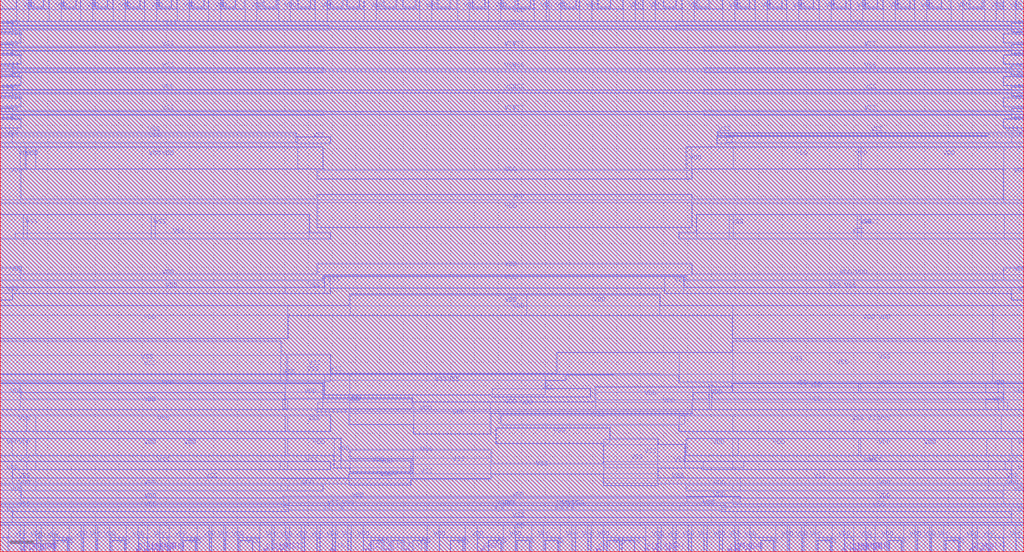
<source format=lef>
# Copyright 2022 GlobalFoundries PDK Authors
#
# Licensed under the Apache License, Version 2.0 (the "License");
# you may not use this file except in compliance with the License.
# You may obtain a copy of the License at
#
#     http://www.apache.org/licenses/LICENSE-2.0
#
# Unless required by applicable law or agreed to in writing, software
# distributed under the License is distributed on an "AS IS" BASIS,
# WITHOUT WARRANTIES OR CONDITIONS OF ANY KIND, either express or implied.
# See the License for the specific language governing permissions and
# limitations under the License.

#=====================================
# Revision: 1.1
#=====================================

VERSION 5.8 ;
BUSBITCHARS "[]" ;
DIVIDERCHAR "/" ;

UNITS
  DATABASE MICRONS   1000 ;
END UNITS

MANUFACTURINGGRID   0.005 ;



MACRO gf180mcu_fd_ip_sram__sram64x8m8wm1
  CLASS BLOCK ;
  ORIGIN 0 0 ;
  FOREIGN gf180mcu_fd_ip_sram__sram64x8m8wm1 0 0 ;
  SIZE 431.86 BY 232.88 ;
  SYMMETRY X Y R90 ;
  PIN A[0]
    DIRECTION INPUT ;
    USE SIGNAL ;
    ANTENNADIFFAREA 1.9976 LAYER Metal2 ;
    PORT
      LAYER Metal2 ;
        RECT 171.215 0 172.335 1 ;
    END
  END A[0]
  PIN A[1]
    DIRECTION INPUT ;
    USE SIGNAL ;
    ANTENNADIFFAREA 1.9976 LAYER Metal2 ;
    PORT
      LAYER Metal2 ;
        RECT 162.76 0 163.88 1 ;
    END
  END A[1]
  PIN A[2]
    DIRECTION INPUT ;
    USE SIGNAL ;
    ANTENNADIFFAREA 1.9976 LAYER Metal2 ;
    PORT
      LAYER Metal2 ;
        RECT 154.295 0 155.415 1 ;
    END
  END A[2]
  PIN A[3]
    DIRECTION INPUT ;
    USE SIGNAL ;
    ANTENNADIFFAREA 1.9976 LAYER Metal2 ;
    PORT
      LAYER Metal2 ;
        RECT 281.325 0 282.445 1 ;
    END
  END A[3]
  PIN A[4]
    DIRECTION INPUT ;
    USE SIGNAL ;
    ANTENNADIFFAREA 1.9976 LAYER Metal2 ;
    PORT
      LAYER Metal2 ;
        RECT 275.82 0 276.94 1 ;
    END
  END A[4]
  PIN A[5]
    DIRECTION INPUT ;
    USE SIGNAL ;
    ANTENNADIFFAREA 1.9976 LAYER Metal2 ;
    PORT
      LAYER Metal2 ;
        RECT 272.085 0 273.205 1 ;
    END
  END A[5]
  PIN CEN
    DIRECTION INPUT ;
    USE SIGNAL ;
    ANTENNADIFFAREA 1.9976 LAYER Metal2 ;
    PORT
      LAYER Metal2 ;
        RECT 251.71 0 252.83 1 ;
    END
  END CEN
  PIN CLK
    DIRECTION INPUT ;
    USE SIGNAL ;
      ANTENNAGATEAREA 44.7066 LAYER Metal3 ;
      ANTENNAGATEAREA 2.8680 LAYER Metal2 ;
    PORT
      LAYER Metal2 ;
        RECT 139.68 0 140.8 1 ;
    END
  END CLK
  PIN D[0]
    DIRECTION INPUT ;
    USE SIGNAL ;
      ANTENNAGATEAREA 1.152 LAYER Metal2 ;
    PORT
      LAYER Metal2 ;
        RECT 9.32 0 10.44 1 ;
    END
  END D[0]
  PIN D[1]
    DIRECTION INPUT ;
    USE SIGNAL ;
      ANTENNAGATEAREA 1.152 LAYER Metal2 ;
    PORT
      LAYER Metal2 ;
        RECT 61.03 0 62.15 1 ;
    END
  END D[1]
  PIN D[2]
    DIRECTION INPUT ;
    USE SIGNAL ;
      ANTENNAGATEAREA 1.152 LAYER Metal2 ;
    PORT
      LAYER Metal2 ;
        RECT 67.27 0 68.39 1 ;
    END
  END D[2]
  PIN D[3]
    DIRECTION INPUT ;
    USE SIGNAL ;
      ANTENNAGATEAREA 1.152 LAYER Metal2 ;
    PORT
      LAYER Metal2 ;
        RECT 118.975 0 120.095 1 ;
    END
  END D[3]
  PIN D[4]
    DIRECTION INPUT ;
    USE SIGNAL ;
      ANTENNAGATEAREA 1.152 LAYER Metal2 ;
    PORT
      LAYER Metal2 ;
        RECT 307.235 0 308.355 1 ;
    END
  END D[4]
  PIN D[5]
    DIRECTION INPUT ;
    USE SIGNAL ;
      ANTENNAGATEAREA 1.152 LAYER Metal2 ;
    PORT
      LAYER Metal2 ;
        RECT 358.91 0 360.03 1 ;
    END
  END D[5]
  PIN D[6]
    DIRECTION INPUT ;
    USE SIGNAL ;
      ANTENNAGATEAREA 1.152 LAYER Metal2 ;
    PORT
      LAYER Metal2 ;
        RECT 365.15 0 366.27 1 ;
    END
  END D[6]
  PIN D[7]
    DIRECTION INPUT ;
    USE SIGNAL ;
      ANTENNAGATEAREA 1.152 LAYER Metal2 ;
    PORT
      LAYER Metal2 ;
        RECT 416.86 0 417.98 1 ;
    END
  END D[7]
  PIN GWEN
    DIRECTION INPUT ;
    USE SIGNAL ;
      ANTENNAGATEAREA 14.466 LAYER Metal2 ;
    PORT
      LAYER Metal2 ;
        RECT 202.94 0 204.06 1 ;
    END
  END GWEN
  PIN Q[0]
    DIRECTION OUTPUT ;
    USE SIGNAL ;
    ANTENNADIFFAREA 11.328 LAYER Metal2 ;
    PORT
      LAYER Metal2 ;
        RECT 16.9 0 18.02 1 ;
    END
  END Q[0]
  PIN Q[1]
    DIRECTION OUTPUT ;
    USE SIGNAL ;
    ANTENNADIFFAREA 11.328 LAYER Metal2 ;
    PORT
      LAYER Metal2 ;
        RECT 57.665 0 58.785 1 ;
    END
  END Q[1]
  PIN Q[2]
    DIRECTION OUTPUT ;
    USE SIGNAL ;
    ANTENNADIFFAREA 11.328 LAYER Metal2 ;
    PORT
      LAYER Metal2 ;
        RECT 70.635 0 71.755 1 ;
    END
  END Q[2]
  PIN Q[3]
    DIRECTION OUTPUT ;
    USE SIGNAL ;
    ANTENNADIFFAREA 11.328 LAYER Metal2 ;
    PORT
      LAYER Metal2 ;
        RECT 111.395 0 112.515 1 ;
    END
  END Q[3]
  PIN Q[4]
    DIRECTION OUTPUT ;
    USE SIGNAL ;
    ANTENNADIFFAREA 11.328 LAYER Metal2 ;
    PORT
      LAYER Metal2 ;
        RECT 314.79 0 315.91 1 ;
    END
  END Q[4]
  PIN Q[5]
    DIRECTION OUTPUT ;
    USE SIGNAL ;
    ANTENNADIFFAREA 11.328 LAYER Metal2 ;
    PORT
      LAYER Metal2 ;
        RECT 355.545 0 356.665 1 ;
    END
  END Q[5]
  PIN Q[6]
    DIRECTION OUTPUT ;
    USE SIGNAL ;
    ANTENNADIFFAREA 11.328 LAYER Metal2 ;
    PORT
      LAYER Metal2 ;
        RECT 368.515 0 369.635 1 ;
    END
  END Q[6]
  PIN Q[7]
    DIRECTION OUTPUT ;
    USE SIGNAL ;
    ANTENNADIFFAREA 11.328 LAYER Metal2 ;
    PORT
      LAYER Metal2 ;
        RECT 409.275 0 410.395 1 ;
    END
  END Q[7]
  PIN WEN[0]
    DIRECTION INPUT ;
    USE SIGNAL ;
      ANTENNAGATEAREA 1.938 LAYER Metal2 ;
    PORT
      LAYER Metal2 ;
        RECT 12.695 0 13.815 1 ;
    END
  END WEN[0]
  PIN WEN[1]
    DIRECTION INPUT ;
    USE SIGNAL ;
      ANTENNAGATEAREA 1.938 LAYER Metal2 ;
    PORT
      LAYER Metal2 ;
        RECT 63.02 0 64.14 1 ;
    END
  END WEN[1]
  PIN WEN[2]
    DIRECTION INPUT ;
    USE SIGNAL ;
      ANTENNAGATEAREA 1.938 LAYER Metal2 ;
    PORT
      LAYER Metal2 ;
        RECT 65.27 0 66.39 1 ;
    END
  END WEN[2]
  PIN WEN[3]
    DIRECTION INPUT ;
    USE SIGNAL ;
      ANTENNAGATEAREA 1.938 LAYER Metal2 ;
    PORT
      LAYER Metal2 ;
        RECT 117.02 0 118.14 1 ;
    END
  END WEN[3]
  PIN WEN[4]
    DIRECTION INPUT ;
    USE SIGNAL ;
      ANTENNAGATEAREA 1.938 LAYER Metal2 ;
    PORT
      LAYER Metal2 ;
        RECT 310.575 0 311.695 1 ;
    END
  END WEN[4]
  PIN WEN[5]
    DIRECTION INPUT ;
    USE SIGNAL ;
      ANTENNAGATEAREA 1.938 LAYER Metal2 ;
    PORT
      LAYER Metal2 ;
        RECT 360.9 0 362.02 1 ;
    END
  END WEN[5]
  PIN WEN[6]
    DIRECTION INPUT ;
    USE SIGNAL ;
      ANTENNAGATEAREA 1.938 LAYER Metal2 ;
    PORT
      LAYER Metal2 ;
        RECT 363.15 0 364.27 1 ;
    END
  END WEN[6]
  PIN WEN[7]
    DIRECTION INPUT ;
    USE SIGNAL ;
      ANTENNAGATEAREA 1.938 LAYER Metal2 ;
    PORT
      LAYER Metal2 ;
        RECT 413.475 0 414.595 1 ;
    END
  END WEN[7]
  PIN VDD
    DIRECTION INOUT ;
    USE POWER ;
    PORT
      LAYER Metal3 ;
        RECT 0 214.88 8.53 218.38 ;
    END
    PORT
      LAYER Metal3 ;
        RECT 0 205.88 8.53 209.38 ;
    END
    PORT
      LAYER Metal3 ;
        RECT 0 196.88 8.53 200.38 ;
    END
    PORT
      LAYER Metal3 ;
        RECT 0 187.88 8.53 191.38 ;
    END
    PORT
      LAYER Metal3 ;
        RECT 0 178.88 8.53 182.38 ;
    END
    PORT
      LAYER Metal3 ;
        RECT 0 40.76 5.07 47.575 ;
    END
    PORT
      LAYER Metal3 ;
        RECT 0 40.76 15.055 47.57 ;
    END
    PORT
      LAYER Metal3 ;
        RECT 11.13 40.77 143.645 47.575 ;
    END
    PORT
      LAYER Metal3 ;
        RECT 0 40.765 121.25 47.57 ;
    END
    PORT
      LAYER Metal3 ;
        RECT 140.89 35.42 143.645 47.58 ;
    END
    PORT
      LAYER Metal3 ;
        RECT 120.235 40.77 143.645 47.58 ;
    END
    PORT
      LAYER Metal3 ;
        RECT 147.685 33.72 173.11 38.26 ;
    END
    PORT
      LAYER Metal3 ;
        RECT 140.89 35.42 173.11 38.26 ;
    END
    PORT
      LAYER Metal3 ;
        RECT 7.005 223.88 12.005 232.88 ;
    END
    PORT
      LAYER Metal3 ;
        RECT 20.685 223.88 25.685 232.88 ;
    END
    PORT
      LAYER Metal3 ;
        RECT 34.005 223.88 39.005 232.88 ;
    END
    PORT
      LAYER Metal3 ;
        RECT 47.685 223.88 52.685 232.88 ;
    END
    PORT
      LAYER Metal3 ;
        RECT 61.005 223.88 66.005 232.88 ;
    END
    PORT
      LAYER Metal3 ;
        RECT 74.685 223.88 79.685 232.88 ;
    END
    PORT
      LAYER Metal3 ;
        RECT 88.005 223.88 93.005 232.88 ;
    END
    PORT
      LAYER Metal3 ;
        RECT 103.265 223.88 108.265 232.88 ;
    END
    PORT
      LAYER Metal3 ;
        RECT 117.415 223.88 122.415 232.88 ;
    END
    PORT
      LAYER Metal3 ;
        RECT 132.86 223.88 137.86 232.88 ;
    END
    PORT
      LAYER Metal3 ;
        RECT 153.55 223.88 158.55 232.88 ;
    END
    PORT
      LAYER Metal3 ;
        RECT 177.075 223.88 182.075 232.88 ;
    END
    PORT
      LAYER Metal3 ;
        RECT 192.925 223.88 197.925 232.88 ;
    END
    PORT
      LAYER Metal3 ;
        RECT 206.15 223.88 211.15 232.88 ;
    END
    PORT
      LAYER Metal3 ;
        RECT 225.345 223.88 230.345 232.88 ;
    END
    PORT
      LAYER Metal3 ;
        RECT 231.565 223.88 236.565 232.88 ;
    END
    PORT
      LAYER Metal3 ;
        RECT 244.505 223.88 249.505 232.88 ;
    END
    PORT
      LAYER Metal3 ;
        RECT 262.845 223.88 267.845 232.88 ;
    END
    PORT
      LAYER Metal3 ;
        RECT 271.31 223.88 276.31 232.88 ;
    END
    PORT
      LAYER Metal3 ;
        RECT 287.735 223.88 292.735 232.88 ;
    END
    PORT
      LAYER Metal3 ;
        RECT 304.885 223.88 309.885 232.88 ;
    END
    PORT
      LAYER Metal3 ;
        RECT 318.565 223.88 323.565 232.88 ;
    END
    PORT
      LAYER Metal3 ;
        RECT 331.885 223.88 336.885 232.88 ;
    END
    PORT
      LAYER Metal3 ;
        RECT 345.565 223.88 350.565 232.88 ;
    END
    PORT
      LAYER Metal3 ;
        RECT 358.885 223.88 363.885 232.88 ;
    END
    PORT
      LAYER Metal3 ;
        RECT 372.565 223.88 377.565 232.88 ;
    END
    PORT
      LAYER Metal3 ;
        RECT 385.885 223.88 390.885 232.88 ;
    END
    PORT
      LAYER Metal3 ;
        RECT 401.145 223.88 406.145 232.88 ;
    END
    PORT
      LAYER Metal3 ;
        RECT 415.295 223.88 420.295 232.88 ;
    END
    PORT
      LAYER Metal3 ;
        RECT 423.33 223.88 428.33 232.88 ;
    END
    PORT
      LAYER Metal3 ;
        RECT 0 223.88 431.86 228.88 ;
    END
    PORT
      LAYER Metal3 ;
        RECT 423.33 214.88 431.86 218.38 ;
    END
    PORT
      LAYER Metal3 ;
        RECT 423.33 205.88 431.86 209.38 ;
    END
    PORT
      LAYER Metal3 ;
        RECT 423.33 196.88 431.86 200.38 ;
    END
    PORT
      LAYER Metal3 ;
        RECT 423.33 187.88 431.86 191.38 ;
    END
    PORT
      LAYER Metal3 ;
        RECT 423.33 178.88 431.86 182.38 ;
    END
    PORT
      LAYER Metal3 ;
        RECT 0 147.15 8.53 170.625 ;
    END
    PORT
      LAYER Metal3 ;
        RECT 10.475 161.575 10.94 170.63 ;
    END
    PORT
      LAYER Metal3 ;
        RECT 0 161.575 15.055 170.625 ;
    END
    PORT
      LAYER Metal3 ;
        RECT 0 161.58 125.425 170.625 ;
    END
    PORT
      LAYER Metal3 ;
        RECT 0 161.59 136.07 170.62 ;
    END
    PORT
      LAYER Metal3 ;
        RECT 133.86 157.43 291.755 160.995 ;
    END
    PORT
      LAYER Metal3 ;
        RECT 133.86 136.91 291.755 150.525 ;
    END
    PORT
      LAYER Metal3 ;
        RECT 289.54 157.43 291.755 170.62 ;
    END
    PORT
      LAYER Metal3 ;
        RECT 309.265 161.575 361.915 170.625 ;
    END
    PORT
      LAYER Metal3 ;
        RECT 289.54 161.575 431.86 170.62 ;
    END
    PORT
      LAYER Metal3 ;
        RECT 0 147.15 431.86 148.57 ;
    END
    PORT
      LAYER Metal3 ;
        RECT 423.33 147.15 431.86 170.625 ;
    END
    PORT
      LAYER Metal3 ;
        RECT 363.265 161.575 431.86 170.625 ;
    END
    PORT
      LAYER Metal3 ;
        RECT 0 114.69 8.53 119.69 ;
    END
    PORT
      LAYER Metal3 ;
        RECT 0 114.69 136.07 116.9 ;
    END
    PORT
      LAYER Metal3 ;
        RECT 133.85 116.85 291.74 121.39 ;
    END
    PORT
      LAYER Metal3 ;
        RECT 289.54 114.685 418.815 116.9 ;
    END
    PORT
      LAYER Metal3 ;
        RECT 289.54 114.69 431.86 116.9 ;
    END
    PORT
      LAYER Metal3 ;
        RECT 423.33 114.69 431.86 119.69 ;
    END
    PORT
      LAYER Metal3 ;
        RECT 0 90.08 121.25 103.695 ;
    END
    PORT
      LAYER Metal3 ;
        RECT 147.565 99.845 278.225 108.125 ;
    END
    PORT
      LAYER Metal3 ;
        RECT 147.605 99.845 278.225 108.535 ;
    END
    PORT
      LAYER Metal3 ;
        RECT 222.16 99.845 278.225 108.54 ;
    END
    PORT
      LAYER Metal3 ;
        RECT 309.125 90.075 418.815 103.695 ;
    END
    PORT
      LAYER Metal3 ;
        RECT 309.035 90.08 431.86 103.695 ;
    END
    PORT
      LAYER Metal3 ;
        RECT 0 99.845 431.86 103.695 ;
    END
    PORT
      LAYER Metal3 ;
        RECT 0 60.18 8.53 70.89 ;
    END
    PORT
      LAYER Metal3 ;
        RECT 119.105 60.23 173.805 64.235 ;
    END
    PORT
      LAYER Metal3 ;
        RECT 0 67.305 136.07 70.89 ;
    END
    PORT
      LAYER Metal3 ;
        RECT 0 60.18 121.25 64.23 ;
    END
    PORT
      LAYER Metal3 ;
        RECT 120.235 60.23 136.07 70.895 ;
    END
    PORT
      LAYER Metal3 ;
        RECT 120.235 60.23 173.805 64.67 ;
    END
    PORT
      LAYER Metal3 ;
        RECT 174.52 49.86 206.765 63.03 ;
    END
    PORT
      LAYER Metal3 ;
        RECT 147.39 53.78 206.765 63.03 ;
    END
    PORT
      LAYER Metal3 ;
        RECT 147.39 58.485 291.755 63.03 ;
    END
    PORT
      LAYER Metal3 ;
        RECT 133.86 59.22 291.755 63.03 ;
    END
    PORT
      LAYER Metal3 ;
        RECT 251.14 60.175 292.105 69.33 ;
    END
    PORT
      LAYER Metal3 ;
        RECT 299.13 60.175 300.13 70.085 ;
    END
    PORT
      LAYER Metal3 ;
        RECT 251.14 67.305 431.86 69.33 ;
    END
    PORT
      LAYER Metal3 ;
        RECT 309.035 67.305 362.145 70.89 ;
    END
    PORT
      LAYER Metal3 ;
        RECT 308.865 67.305 431.86 70.885 ;
    END
    PORT
      LAYER Metal3 ;
        RECT 415.845 60.175 421.105 64.235 ;
    END
    PORT
      LAYER Metal3 ;
        RECT 415.845 67.305 421.105 70.895 ;
    END
    PORT
      LAYER Metal3 ;
        RECT 251.14 60.18 431.86 64.23 ;
    END
    PORT
      LAYER Metal3 ;
        RECT 133.86 60.175 424.995 63.03 ;
    END
    PORT
      LAYER Metal3 ;
        RECT 423.33 60.18 431.86 70.89 ;
    END
    PORT
      LAYER Metal3 ;
        RECT 363.035 67.305 431.86 70.89 ;
    END
    PORT
      LAYER Metal3 ;
        RECT 309.01 40.765 431.86 47.57 ;
    END
    PORT
      LAYER Metal3 ;
        RECT 289.545 40.77 311.39 47.58 ;
    END
    PORT
      LAYER Metal3 ;
        RECT 289.545 40.77 362.17 47.575 ;
    END
    PORT
      LAYER Metal3 ;
        RECT 363.01 40.76 416.17 47.575 ;
    END
    PORT
      LAYER Metal3 ;
        RECT 309.125 40.76 431.86 47.57 ;
    END
    PORT
      LAYER Metal3 ;
        RECT 426.79 40.76 431.86 47.575 ;
    END
    PORT
      LAYER Metal3 ;
        RECT 0 20.3 8.56 28.145 ;
    END
    PORT
      LAYER Metal3 ;
        RECT 0 25.865 15.055 28.145 ;
    END
    PORT
      LAYER Metal3 ;
        RECT 0 25.87 121.25 28.145 ;
    END
    PORT
      LAYER Metal3 ;
        RECT 0 20.3 121.705 22.575 ;
    END
    PORT
      LAYER Metal3 ;
        RECT 118.435 25.875 136.07 28.15 ;
    END
    PORT
      LAYER Metal3 ;
        RECT 119.545 20.83 312.145 23.095 ;
    END
    PORT
      LAYER Metal3 ;
        RECT 0 20.82 296.615 22.575 ;
    END
    PORT
      LAYER Metal3 ;
        RECT 289.545 20.83 312.145 23.105 ;
    END
    PORT
      LAYER Metal3 ;
        RECT 289.545 25.875 312.145 28.15 ;
    END
    PORT
      LAYER Metal3 ;
        RECT 308.94 20.3 431.86 22.575 ;
    END
    PORT
      LAYER Metal3 ;
        RECT 416.805 25.865 431.86 28.145 ;
    END
    PORT
      LAYER Metal3 ;
        RECT 309.01 25.87 431.86 28.145 ;
    END
    PORT
      LAYER Metal3 ;
        RECT 423.3 20.3 431.86 28.145 ;
    END
    PORT
      LAYER Metal3 ;
        RECT 3.53 0 8.53 11.16 ;
    END
    PORT
      LAYER Metal3 ;
        RECT 10.195 0 15.195 11.16 ;
    END
    PORT
      LAYER Metal3 ;
        RECT 17.21 0 22.21 11.16 ;
    END
    PORT
      LAYER Metal3 ;
        RECT 29.21 0 34.21 11.16 ;
    END
    PORT
      LAYER Metal3 ;
        RECT 35.21 0 40.21 11.16 ;
    END
    PORT
      LAYER Metal3 ;
        RECT 41.21 0 46.21 11.16 ;
    END
    PORT
      LAYER Metal3 ;
        RECT 53.21 0 58.21 11.16 ;
    END
    PORT
      LAYER Metal3 ;
        RECT 62.215 0 67.215 11.16 ;
    END
    PORT
      LAYER Metal3 ;
        RECT 71.21 0 76.21 11.16 ;
    END
    PORT
      LAYER Metal3 ;
        RECT 83.21 0 88.21 11.16 ;
    END
    PORT
      LAYER Metal3 ;
        RECT 89.21 0 94.21 11.16 ;
    END
    PORT
      LAYER Metal3 ;
        RECT 95.21 0 100.21 11.16 ;
    END
    PORT
      LAYER Metal3 ;
        RECT 109.55 0 114.55 11.16 ;
    END
    PORT
      LAYER Metal3 ;
        RECT 115.55 0 120.55 11.16 ;
    END
    PORT
      LAYER Metal3 ;
        RECT 122.05 0 127.05 11.16 ;
    END
    PORT
      LAYER Metal3 ;
        RECT 128.55 0 133.55 11.16 ;
    END
    PORT
      LAYER Metal3 ;
        RECT 135.05 0 140.05 11.16 ;
    END
    PORT
      LAYER Metal3 ;
        RECT 141.55 0 146.55 11.16 ;
    END
    PORT
      LAYER Metal3 ;
        RECT 148.05 0 153.05 11.16 ;
    END
    PORT
      LAYER Metal3 ;
        RECT 180.155 0 185.155 11.16 ;
    END
    PORT
      LAYER Metal3 ;
        RECT 196.14 0 201.14 11.16 ;
    END
    PORT
      LAYER Metal3 ;
        RECT 212.165 0 217.165 11.16 ;
    END
    PORT
      LAYER Metal3 ;
        RECT 224.165 0 229.165 11.16 ;
    END
    PORT
      LAYER Metal3 ;
        RECT 236.165 0 241.165 11.16 ;
    END
    PORT
      LAYER Metal3 ;
        RECT 242.83 0 247.83 11.16 ;
    END
    PORT
      LAYER Metal3 ;
        RECT 249.38 0 254.38 11.16 ;
    END
    PORT
      LAYER Metal3 ;
        RECT 272.29 0 277.29 11.16 ;
    END
    PORT
      LAYER Metal3 ;
        RECT 278.79 0 283.79 11.16 ;
    END
    PORT
      LAYER Metal3 ;
        RECT 285.29 0 290.29 11.16 ;
    END
    PORT
      LAYER Metal3 ;
        RECT 291.79 0 296.79 11.16 ;
    END
    PORT
      LAYER Metal3 ;
        RECT 298.29 0 303.29 11.16 ;
    END
    PORT
      LAYER Metal3 ;
        RECT 304.79 0 309.79 11.16 ;
    END
    PORT
      LAYER Metal3 ;
        RECT 311.475 0 316.475 11.16 ;
    END
    PORT
      LAYER Metal3 ;
        RECT 327.09 0 332.09 11.16 ;
    END
    PORT
      LAYER Metal3 ;
        RECT 333.09 0 338.09 11.16 ;
    END
    PORT
      LAYER Metal3 ;
        RECT 339.09 0 344.09 11.16 ;
    END
    PORT
      LAYER Metal3 ;
        RECT 351.09 0 356.09 11.16 ;
    END
    PORT
      LAYER Metal3 ;
        RECT 360.085 0 365.085 11.16 ;
    END
    PORT
      LAYER Metal3 ;
        RECT 369.09 0 374.09 11.16 ;
    END
    PORT
      LAYER Metal3 ;
        RECT 381.09 0 386.09 11.16 ;
    END
    PORT
      LAYER Metal3 ;
        RECT 387.09 0 392.09 11.16 ;
    END
    PORT
      LAYER Metal3 ;
        RECT 393.09 0 398.09 11.16 ;
    END
    PORT
      LAYER Metal3 ;
        RECT 405.09 0 410.09 11.16 ;
    END
    PORT
      LAYER Metal3 ;
        RECT 412.095 0 417.095 11.16 ;
    END
    PORT
      LAYER Metal3 ;
        RECT 423.33 0 428.33 11.16 ;
    END
    PORT
      LAYER Metal3 ;
        RECT 0 6.16 431.86 11.16 ;
    END
  END VDD
  PIN VSS
    DIRECTION INOUT ;
    USE GROUND ;
    PORT
      LAYER Metal3 ;
        RECT 13.13 229.84 18.13 232.88 ;
    END
    PORT
      LAYER Metal3 ;
        RECT 23.21 0 28.21 4.66 ;
    END
    PORT
      LAYER Metal3 ;
        RECT 26.81 229.84 31.81 232.88 ;
    END
    PORT
      LAYER Metal3 ;
        RECT 40.13 229.84 45.13 232.88 ;
    END
    PORT
      LAYER Metal3 ;
        RECT 47.21 0 52.21 4.66 ;
    END
    PORT
      LAYER Metal3 ;
        RECT 53.81 229.84 58.81 232.88 ;
    END
    PORT
      LAYER Metal3 ;
        RECT 67.13 229.84 72.13 232.88 ;
    END
    PORT
      LAYER Metal3 ;
        RECT 77.21 0 82.21 4.66 ;
    END
    PORT
      LAYER Metal3 ;
        RECT 80.81 229.84 85.81 232.88 ;
    END
    PORT
      LAYER Metal3 ;
        RECT 94.13 229.84 99.13 232.88 ;
    END
    PORT
      LAYER Metal3 ;
        RECT 101.21 0 106.21 4.66 ;
    END
    PORT
      LAYER Metal3 ;
        RECT 111.29 229.84 116.29 232.88 ;
    END
    PORT
      LAYER Metal3 ;
        RECT 125.79 229.84 130.79 232.88 ;
    END
    PORT
      LAYER Metal3 ;
        RECT 9.77 132.165 11.395 142.08 ;
    END
    PORT
      LAYER Metal3 ;
        RECT 63.77 132.165 65.395 142.08 ;
    END
    PORT
      LAYER Metal3 ;
        RECT 0 132.175 130.35 142.08 ;
    END
    PORT
      LAYER Metal3 ;
        RECT 6.355 132.17 139.14 134.45 ;
    END
    PORT
      LAYER Metal3 ;
        RECT 0 50.88 15.055 57.465 ;
    END
    PORT
      LAYER Metal3 ;
        RECT 11.245 50.87 121.25 57.455 ;
    END
    PORT
      LAYER Metal3 ;
        RECT 11.145 50.875 121.25 57.455 ;
    END
    PORT
      LAYER Metal3 ;
        RECT 120.235 50.88 139.14 57.465 ;
    END
    PORT
      LAYER Metal3 ;
        RECT 0 172.68 5.07 176.63 ;
    END
    PORT
      LAYER Metal3 ;
        RECT 0 175.63 124.6 176.63 ;
    END
    PORT
      LAYER Metal3 ;
        RECT 0 172.68 125.425 175.08 ;
    END
    PORT
      LAYER Metal3 ;
        RECT 124.71 172.45 139.15 174.81 ;
    END
    PORT
      LAYER Metal3 ;
        RECT 139.385 229.84 144.385 232.88 ;
    END
    PORT
      LAYER Metal3 ;
        RECT 146.365 229.84 151.365 232.88 ;
    END
    PORT
      LAYER Metal3 ;
        RECT 156.62 0 161.62 4.66 ;
    END
    PORT
      LAYER Metal3 ;
        RECT 161.905 229.84 166.905 232.88 ;
    END
    PORT
      LAYER Metal3 ;
        RECT 165.11 0 170.11 4.66 ;
    END
    PORT
      LAYER Metal3 ;
        RECT 170.12 229.84 175.12 232.88 ;
    END
    PORT
      LAYER Metal3 ;
        RECT 174.155 0 179.155 4.66 ;
    END
    PORT
      LAYER Metal3 ;
        RECT 184.74 229.84 189.74 232.88 ;
    END
    PORT
      LAYER Metal3 ;
        RECT 190.14 0 195.14 4.66 ;
    END
    PORT
      LAYER Metal3 ;
        RECT 199.41 229.84 204.41 232.88 ;
    END
    PORT
      LAYER Metal3 ;
        RECT 206.165 0 211.165 4.66 ;
    END
    PORT
      LAYER Metal3 ;
        RECT 212.15 229.84 217.15 232.88 ;
    END
    PORT
      LAYER Metal3 ;
        RECT 218.165 0 223.165 4.66 ;
    END
    PORT
      LAYER Metal3 ;
        RECT 218.565 229.84 223.565 232.88 ;
    END
    PORT
      LAYER Metal3 ;
        RECT 230.165 0 235.165 4.66 ;
    END
    PORT
      LAYER Metal3 ;
        RECT 237.69 229.84 242.69 232.88 ;
    END
    PORT
      LAYER Metal3 ;
        RECT 252.325 229.84 257.325 232.88 ;
    END
    PORT
      LAYER Metal3 ;
        RECT 256.165 0 261.165 4.66 ;
    END
    PORT
      LAYER Metal3 ;
        RECT 262.39 0 267.39 4.66 ;
    END
    PORT
      LAYER Metal3 ;
        RECT 279.95 229.84 284.95 232.88 ;
    END
    PORT
      LAYER Metal3 ;
        RECT 293.955 229.84 298.955 232.88 ;
    END
    PORT
      LAYER Metal3 ;
        RECT 311.01 229.84 316.01 232.88 ;
    END
    PORT
      LAYER Metal3 ;
        RECT 321.09 0 326.09 4.66 ;
    END
    PORT
      LAYER Metal3 ;
        RECT 324.69 229.84 329.69 232.88 ;
    END
    PORT
      LAYER Metal3 ;
        RECT 338.01 229.84 343.01 232.88 ;
    END
    PORT
      LAYER Metal3 ;
        RECT 345.09 0 350.09 4.66 ;
    END
    PORT
      LAYER Metal3 ;
        RECT 351.69 229.84 356.69 232.88 ;
    END
    PORT
      LAYER Metal3 ;
        RECT 365.01 229.84 370.01 232.88 ;
    END
    PORT
      LAYER Metal3 ;
        RECT 375.09 0 380.09 4.66 ;
    END
    PORT
      LAYER Metal3 ;
        RECT 378.69 229.84 383.69 232.88 ;
    END
    PORT
      LAYER Metal3 ;
        RECT 392.01 229.84 397.01 232.88 ;
    END
    PORT
      LAYER Metal3 ;
        RECT 399.09 0 404.09 4.66 ;
    END
    PORT
      LAYER Metal3 ;
        RECT 409.17 229.84 414.17 232.88 ;
    END
    PORT
      LAYER Metal3 ;
        RECT 0 219.38 5.07 222.88 ;
    END
    PORT
      LAYER Metal3 ;
        RECT 0 220.38 138.895 221.88 ;
    END
    PORT
      LAYER Metal3 ;
        RECT 152.01 220.63 273.11 221.64 ;
    END
    PORT
      LAYER Metal3 ;
        RECT 0 220.635 431.86 221.64 ;
    END
    PORT
      LAYER Metal3 ;
        RECT 285.255 220.38 431.86 221.88 ;
    END
    PORT
      LAYER Metal3 ;
        RECT 426.79 219.38 431.86 222.88 ;
    END
    PORT
      LAYER Metal3 ;
        RECT 0 210.38 5.07 213.88 ;
    END
    PORT
      LAYER Metal3 ;
        RECT 0 211.38 136.36 212.88 ;
    END
    PORT
      LAYER Metal3 ;
        RECT 152.015 211.63 273.11 212.64 ;
    END
    PORT
      LAYER Metal3 ;
        RECT 0 211.635 431.86 212.64 ;
    END
    PORT
      LAYER Metal3 ;
        RECT 297.105 211.38 431.86 212.88 ;
    END
    PORT
      LAYER Metal3 ;
        RECT 426.79 210.38 431.86 213.88 ;
    END
    PORT
      LAYER Metal3 ;
        RECT 0 201.38 5.07 204.88 ;
    END
    PORT
      LAYER Metal3 ;
        RECT 0 202.38 136.36 203.88 ;
    END
    PORT
      LAYER Metal3 ;
        RECT 152.015 202.63 273.11 203.64 ;
    END
    PORT
      LAYER Metal3 ;
        RECT 0 202.635 431.86 203.64 ;
    END
    PORT
      LAYER Metal3 ;
        RECT 297.105 202.38 431.86 203.88 ;
    END
    PORT
      LAYER Metal3 ;
        RECT 426.79 201.38 431.86 204.88 ;
    END
    PORT
      LAYER Metal3 ;
        RECT 0 192.38 5.07 195.88 ;
    END
    PORT
      LAYER Metal3 ;
        RECT 0 193.38 136.36 194.88 ;
    END
    PORT
      LAYER Metal3 ;
        RECT 152.015 193.63 273.11 194.64 ;
    END
    PORT
      LAYER Metal3 ;
        RECT 0 193.635 431.86 194.64 ;
    END
    PORT
      LAYER Metal3 ;
        RECT 297.105 193.38 431.86 194.88 ;
    END
    PORT
      LAYER Metal3 ;
        RECT 426.79 192.38 431.86 195.88 ;
    END
    PORT
      LAYER Metal3 ;
        RECT 0 183.38 5.07 186.88 ;
    END
    PORT
      LAYER Metal3 ;
        RECT 0 184.38 136.36 185.88 ;
    END
    PORT
      LAYER Metal3 ;
        RECT 152.015 184.63 273.11 185.64 ;
    END
    PORT
      LAYER Metal3 ;
        RECT 0 184.635 431.86 185.64 ;
    END
    PORT
      LAYER Metal3 ;
        RECT 297.105 184.38 431.86 185.88 ;
    END
    PORT
      LAYER Metal3 ;
        RECT 426.79 183.38 431.86 186.88 ;
    END
    PORT
      LAYER Metal3 ;
        RECT 302.745 175.43 303.195 176.85 ;
    END
    PORT
      LAYER Metal3 ;
        RECT 302.55 172.45 308.77 174.81 ;
    END
    PORT
      LAYER Metal3 ;
        RECT 302.745 175.79 431.86 176.49 ;
    END
    PORT
      LAYER Metal3 ;
        RECT 306.555 172.68 431.86 175.08 ;
    END
    PORT
      LAYER Metal3 ;
        RECT 426.79 172.68 431.86 176.63 ;
    END
    PORT
      LAYER Metal3 ;
        RECT 416.8 175.63 431.86 176.63 ;
    END
    PORT
      LAYER Metal3 ;
        RECT 286.475 132.175 431.86 134.45 ;
    END
    PORT
      LAYER Metal3 ;
        RECT 307.65 132.165 309.275 142.08 ;
    END
    PORT
      LAYER Metal3 ;
        RECT 361.65 132.165 363.275 142.08 ;
    END
    PORT
      LAYER Metal3 ;
        RECT 307.65 132.17 423.585 142.08 ;
    END
    PORT
      LAYER Metal3 ;
        RECT 293.925 132.175 431.86 142.08 ;
    END
    PORT
      LAYER Metal3 ;
        RECT 0 106.41 5.07 111.41 ;
    END
    PORT
      LAYER Metal3 ;
        RECT 120.18 109.13 139.13 111.41 ;
    END
    PORT
      LAYER Metal3 ;
        RECT 0 109.135 139.13 111.41 ;
    END
    PORT
      LAYER Metal3 ;
        RECT 136.935 109.13 139.13 115.995 ;
    END
    PORT
      LAYER Metal3 ;
        RECT 280.39 109.13 288.385 115.995 ;
    END
    PORT
      LAYER Metal3 ;
        RECT 136.935 111.455 288.385 115.995 ;
    END
    PORT
      LAYER Metal3 ;
        RECT 280.39 109.13 418.815 111.41 ;
    END
    PORT
      LAYER Metal3 ;
        RECT 426.79 106.41 431.86 111.41 ;
    END
    PORT
      LAYER Metal3 ;
        RECT 280.39 109.135 431.86 111.41 ;
    END
    PORT
      LAYER Metal3 ;
        RECT 0 71.64 118.39 88.65 ;
    END
    PORT
      LAYER Metal3 ;
        RECT 0 71.64 121.25 82.985 ;
    END
    PORT
      LAYER Metal3 ;
        RECT 120.555 71.645 139.14 82.99 ;
    END
    PORT
      LAYER Metal3 ;
        RECT 147.39 66.215 229.885 75.075 ;
    END
    PORT
      LAYER Metal3 ;
        RECT 136.935 66.225 229.885 75.075 ;
    END
    PORT
      LAYER Metal3 ;
        RECT 0 72.455 238.415 75.075 ;
    END
    PORT
      LAYER Metal3 ;
        RECT 207.465 65.39 248.875 68.8 ;
    END
    PORT
      LAYER Metal3 ;
        RECT 0 74.68 258.8 75.075 ;
    END
    PORT
      LAYER Metal3 ;
        RECT 0 74.83 278.225 75.075 ;
    END
    PORT
      LAYER Metal3 ;
        RECT 234.91 74.84 431.86 83.92 ;
    END
    PORT
      LAYER Metal3 ;
        RECT 286.475 71.635 418.815 83.92 ;
    END
    PORT
      LAYER Metal3 ;
        RECT 309.035 71.64 431.86 88.65 ;
    END
    PORT
      LAYER Metal3 ;
        RECT 211.305 53.7 288.68 57.635 ;
    END
    PORT
      LAYER Metal3 ;
        RECT 286.475 50.88 431.86 57.455 ;
    END
    PORT
      LAYER Metal3 ;
        RECT 309.125 50.865 422.41 57.465 ;
    END
    PORT
      LAYER Metal3 ;
        RECT 309.025 50.875 422.41 57.455 ;
    END
    PORT
      LAYER Metal3 ;
        RECT 309.125 50.88 431.86 57.465 ;
    END
    PORT
      LAYER Metal3 ;
        RECT 0 28.83 5.07 37.98 ;
    END
    PORT
      LAYER Metal3 ;
        RECT 0 28.83 15.055 30.995 ;
    END
    PORT
      LAYER Metal3 ;
        RECT 0 34.91 15.055 37.98 ;
    END
    PORT
      LAYER Metal3 ;
        RECT 11.245 34.9 121.25 37.975 ;
    END
    PORT
      LAYER Metal3 ;
        RECT 11.13 34.905 121.25 37.975 ;
    END
    PORT
      LAYER Metal3 ;
        RECT 118.125 34.91 139.14 37.98 ;
    END
    PORT
      LAYER Metal3 ;
        RECT 118.435 30.885 206.985 30.995 ;
    END
    PORT
      LAYER Metal3 ;
        RECT 147.29 28.325 173.11 32.865 ;
    END
    PORT
      LAYER Metal3 ;
        RECT 0 28.83 173.11 30.99 ;
    END
    PORT
      LAYER Metal3 ;
        RECT 147.29 30.885 206.985 32.865 ;
    END
    PORT
      LAYER Metal3 ;
        RECT 174.3 30.885 206.985 42.91 ;
    END
    PORT
      LAYER Metal3 ;
        RECT 147.565 39.5 206.985 42.91 ;
    END
    PORT
      LAYER Metal3 ;
        RECT 174.3 32.96 277.41 36.96 ;
    END
    PORT
      LAYER Metal3 ;
        RECT 209.285 45.825 257.15 52.1 ;
    END
    PORT
      LAYER Metal3 ;
        RECT 254.61 28.025 277.41 47.51 ;
    END
    PORT
      LAYER Metal3 ;
        RECT 254.61 35.44 288.68 45.06 ;
    END
    PORT
      LAYER Metal3 ;
        RECT 296.545 34.91 431.86 37.975 ;
    END
    PORT
      LAYER Metal3 ;
        RECT 254.61 28.83 312.145 30.995 ;
    END
    PORT
      LAYER Metal3 ;
        RECT 254.61 35.44 313.735 37.98 ;
    END
    PORT
      LAYER Metal3 ;
        RECT 254.61 28.83 431.86 30.99 ;
    END
    PORT
      LAYER Metal3 ;
        RECT 309.125 34.9 423.935 37.975 ;
    END
    PORT
      LAYER Metal3 ;
        RECT 309.01 34.905 423.935 37.975 ;
    END
    PORT
      LAYER Metal3 ;
        RECT 416.805 28.83 431.86 30.995 ;
    END
    PORT
      LAYER Metal3 ;
        RECT 426.79 28.83 431.86 37.98 ;
    END
    PORT
      LAYER Metal3 ;
        RECT 416.805 34.91 431.86 37.98 ;
    END
    PORT
      LAYER Metal3 ;
        RECT 0 12.51 5 18.86 ;
    END
    PORT
      LAYER Metal3 ;
        RECT 0 17.1 15.055 18.86 ;
    END
    PORT
      LAYER Metal3 ;
        RECT 0 17.105 121.705 18.86 ;
    END
    PORT
      LAYER Metal3 ;
        RECT 137.19 17.62 138.89 19.38 ;
    END
    PORT
      LAYER Metal3 ;
        RECT 143.82 17.62 144.47 19.38 ;
    END
    PORT
      LAYER Metal3 ;
        RECT 208.87 17.62 209.52 19.38 ;
    END
    PORT
      LAYER Metal3 ;
        RECT 211.495 17.62 212.145 19.38 ;
    END
    PORT
      LAYER Metal3 ;
        RECT 234.365 17.62 235.015 19.38 ;
    END
    PORT
      LAYER Metal3 ;
        RECT 236.605 17.62 237.255 19.38 ;
    END
    PORT
      LAYER Metal3 ;
        RECT 238.845 17.62 239.495 19.38 ;
    END
    PORT
      LAYER Metal3 ;
        RECT 241.085 17.62 241.735 19.38 ;
    END
    PORT
      LAYER Metal3 ;
        RECT 119.545 17.62 306.075 19.375 ;
    END
    PORT
      LAYER Metal3 ;
        RECT 286.725 17.62 306.075 19.38 ;
    END
    PORT
      LAYER Metal3 ;
        RECT 0 12.51 431.86 14.27 ;
    END
    PORT
      LAYER Metal3 ;
        RECT 304.43 17.1 431.86 18.86 ;
    END
    PORT
      LAYER Metal3 ;
        RECT 426.79 12.51 431.86 18.86 ;
    END
  END VSS
  OBS
    LAYER Metal1 ;
      RECT 0 0 431.86 232.88 ;
    LAYER Metal2 ;
      POLYGON 431.86 232.88 0 232.88 0 0 9.04 0 9.04 1.28 10.72 1.28 10.72 0 12.415 0 12.415 1.28 14.095 1.28 14.095 0 16.62 0 16.62 1.28 18.3 1.28 18.3 0 57.385 0 57.385 1.28 59.065 1.28 59.065 0 60.75 0 60.75 1.28 62.43 1.28 62.43 0 62.74 0 62.74 1.28 64.42 1.28 64.42 0 64.99 0 64.99 1.28 66.67 1.28 66.67 0 66.99 0 66.99 1.28 68.67 1.28 68.67 0 70.355 0 70.355 1.28 72.035 1.28 72.035 0 111.115 0 111.115 1.28 112.795 1.28 112.795 0 116.74 0 116.74 1.28 118.42 1.28 118.42 0 118.695 0 118.695 1.28 120.375 1.28 120.375 0 139.4 0 139.4 1.28 141.08 1.28 141.08 0 154.015 0 154.015 1.28 155.695 1.28 155.695 0 162.48 0 162.48 1.28 164.16 1.28 164.16 0 170.935 0 170.935 1.28 172.615 1.28 172.615 0 202.66 0 202.66 1.28 204.34 1.28 204.34 0 251.43 0 251.43 1.28 253.11 1.28 253.11 0 271.805 0 271.805 1.28 273.485 1.28 273.485 0 275.54 0 275.54 1.28 277.22 1.28 277.22 0 281.045 0 281.045 1.28 282.725 1.28 282.725 0 306.955 0 306.955 1.28 308.635 1.28 308.635 0 310.295 0 310.295 1.28 311.975 1.28 311.975 0 314.51 0 314.51 1.28 316.19 1.28 316.19 0 355.265 0 355.265 1.28 356.945 1.28 356.945 0 358.63 0 358.63 1.28 360.31 1.28 360.31 0 360.62 0 360.62 1.28 362.3 1.28 362.3 0 362.87 0 362.87 1.28 364.55 1.28 364.55 0 364.87 0 364.87 1.28 366.55 1.28 366.55 0 368.235 0 368.235 1.28 369.915 1.28 369.915 0 408.995 0 408.995 1.28 410.675 1.28 410.675 0 413.195 0 413.195 1.28 414.875 1.28 414.875 0 416.58 0 416.58 1.28 418.26 1.28 418.26 0 431.86 0 ;
    LAYER Metal3 ;
      RECT 410.37 0 411.815 5.88 ;
      POLYGON 431.86 40.48 308.845 40.48 308.845 40.485 308.73 40.485 308.73 40.49 289.265 40.49 289.265 47.86 311.67 47.86 311.67 47.855 362.45 47.855 362.45 47.85 362.73 47.85 362.73 47.855 416.45 47.855 416.45 47.85 426.51 47.85 426.51 47.855 431.86 47.855 431.86 50.6 422.69 50.6 422.69 50.585 308.845 50.585 308.845 50.595 308.745 50.595 308.745 50.6 286.195 50.6 286.195 53.42 211.025 53.42 211.025 57.915 288.96 57.915 288.96 57.735 308.845 57.735 308.845 57.745 431.86 57.745 431.86 59.9 425.275 59.9 425.275 59.895 292.035 59.895 292.035 58.205 207.045 58.205 207.045 49.58 174.24 49.58 174.24 53.5 147.11 53.5 147.11 58.94 133.58 58.94 133.58 59.95 121.53 59.95 121.53 59.9 0 59.9 0 57.745 15.335 57.745 15.335 57.735 119.955 57.735 119.955 57.745 139.42 57.745 139.42 50.6 121.53 50.6 121.53 50.59 10.965 50.59 10.965 50.595 10.865 50.595 10.865 50.6 0 50.6 0 47.855 5.35 47.855 5.35 47.85 10.85 47.85 10.85 47.855 119.955 47.855 119.955 47.86 143.925 47.86 143.925 38.54 173.39 38.54 173.39 33.44 147.405 33.44 147.405 35.14 140.61 35.14 140.61 40.49 121.53 40.49 121.53 40.485 15.335 40.485 15.335 40.48 0 40.48 0 38.26 15.335 38.26 15.335 38.255 117.845 38.255 117.845 38.26 139.42 38.26 139.42 34.63 121.53 34.63 121.53 34.62 10.965 34.62 10.965 34.625 10.85 34.625 10.85 34.63 5.35 34.63 5.35 31.275 15.335 31.275 15.335 31.27 118.155 31.27 118.155 31.275 147.01 31.275 147.01 33.145 174.02 33.145 174.02 39.22 147.285 39.22 147.285 43.19 207.265 43.19 207.265 37.24 254.33 37.24 254.33 45.545 209.005 45.545 209.005 52.38 257.43 52.38 257.43 47.79 277.69 47.79 277.69 45.34 288.96 45.34 288.96 38.26 314.015 38.26 314.015 38.255 416.525 38.255 416.525 38.26 431.86 38.26 ;
      POLYGON 431.86 28.55 277.69 28.55 277.69 27.745 254.33 27.745 254.33 32.68 207.265 32.68 207.265 30.605 173.39 30.605 173.39 28.045 147.01 28.045 147.01 28.55 0 28.55 0 28.425 118.155 28.425 118.155 28.43 136.35 28.43 136.35 25.595 121.53 25.595 121.53 25.59 15.335 25.59 15.335 25.585 8.84 25.585 8.84 22.855 119.265 22.855 119.265 23.375 289.265 23.375 289.265 23.385 312.425 23.385 312.425 22.855 423.02 22.855 423.02 25.585 416.525 25.585 416.525 25.59 308.73 25.59 308.73 25.595 289.265 25.595 289.265 28.43 312.425 28.43 312.425 28.425 431.86 28.425 ;
      POLYGON 431.86 114.41 419.095 114.41 419.095 114.405 289.26 114.405 289.26 116.57 136.35 116.57 136.35 114.41 0 114.41 0 111.69 136.655 111.69 136.655 116.275 288.665 116.275 288.665 111.69 431.86 111.69 ;
      RECT 332.37 0 332.81 5.88 ;
      POLYGON 153.27 232.88 151.645 232.88 151.645 229.56 146.085 229.56 146.085 232.88 144.665 232.88 144.665 229.56 139.105 229.56 139.105 232.88 138.14 232.88 138.14 229.16 153.27 229.16 ;
      POLYGON 119.955 67.025 8.81 67.025 8.81 64.51 118.825 64.51 118.825 64.515 119.955 64.515 ;
      RECT 0 229.16 6.725 232.88 ;
      POLYGON 404.81 5.88 398.37 5.88 398.37 0 398.81 0 398.81 4.94 404.37 4.94 404.37 0 404.81 0 ;
      POLYGON 82.93 5.88 76.49 5.88 76.49 0 76.93 0 76.93 4.94 82.49 4.94 82.49 0 82.93 0 ;
      RECT 428.61 229.16 431.86 232.88 ;
      POLYGON 192.645 232.88 190.02 232.88 190.02 229.56 184.46 229.56 184.46 232.88 182.355 232.88 182.355 229.16 192.645 229.16 ;
      RECT 268.125 229.16 271.03 232.88 ;
      POLYGON 132.58 232.88 131.07 232.88 131.07 229.56 125.51 229.56 125.51 232.88 122.695 232.88 122.695 229.16 132.58 229.16 ;
      RECT 120.83 0 121.77 5.88 ;
      POLYGON 244.225 232.88 242.97 232.88 242.97 229.56 237.41 229.56 237.41 232.88 236.845 232.88 236.845 229.16 244.225 229.16 ;
      RECT 386.37 0 386.81 5.88 ;
      POLYGON 326.81 5.88 316.755 5.88 316.755 0 320.81 0 320.81 4.94 326.37 4.94 326.37 0 326.81 0 ;
      RECT 8.81 0 9.915 5.88 ;
      RECT 40.49 0 40.93 5.88 ;
      RECT 356.37 0 359.805 5.88 ;
      POLYGON 102.985 232.88 99.41 232.88 99.41 229.56 93.85 229.56 93.85 232.88 93.285 232.88 93.285 229.16 102.985 229.16 ;
      POLYGON 431.86 106.13 426.51 106.13 426.51 108.855 419.095 108.855 419.095 108.85 280.11 108.85 280.11 111.175 139.41 111.175 139.41 108.85 119.9 108.85 119.9 108.855 5.35 108.855 5.35 106.13 0 106.13 0 103.975 147.285 103.975 147.285 108.405 147.325 108.405 147.325 108.815 221.88 108.815 221.88 108.82 278.505 108.82 278.505 103.975 431.86 103.975 ;
      POLYGON 423.05 67.025 300.41 67.025 300.41 64.51 415.565 64.51 415.565 64.515 421.385 64.515 421.385 64.51 423.05 64.51 ;
      POLYGON 431.86 196.6 423.05 196.6 423.05 200.66 431.86 200.66 431.86 201.1 426.51 201.1 426.51 202.1 296.825 202.1 296.825 202.355 273.39 202.355 273.39 202.35 151.735 202.35 151.735 202.355 136.64 202.355 136.64 202.1 5.35 202.1 5.35 201.1 0 201.1 0 200.66 8.81 200.66 8.81 196.6 0 196.6 0 196.16 5.35 196.16 5.35 195.16 136.64 195.16 136.64 194.92 296.825 194.92 296.825 195.16 426.51 195.16 426.51 196.16 431.86 196.16 ;
      POLYGON 28.93 5.88 22.49 5.88 22.49 0 22.93 0 22.93 4.94 28.49 4.94 28.49 0 28.93 0 ;
      RECT 88.49 0 88.93 5.88 ;
      RECT 428.61 0 431.86 5.88 ;
      RECT 290.57 0 291.51 5.88 ;
      RECT 67.495 0 70.93 5.88 ;
      POLYGON 431.86 89.8 419.095 89.8 419.095 89.795 308.845 89.795 308.845 89.8 308.755 89.8 308.755 99.565 121.53 99.565 121.53 89.8 0 89.8 0 88.93 118.67 88.93 118.67 83.265 120.275 83.265 120.275 83.27 139.42 83.27 139.42 75.355 234.63 75.355 234.63 84.2 308.755 84.2 308.755 88.93 431.86 88.93 ;
      RECT 392.37 0 392.81 5.88 ;
      POLYGON 318.285 232.88 316.29 232.88 316.29 229.56 310.73 229.56 310.73 232.88 310.165 232.88 310.165 229.16 318.285 229.16 ;
      RECT 241.445 0 242.55 5.88 ;
      RECT 146.83 0 147.77 5.88 ;
      RECT 310.07 0 311.195 5.88 ;
      RECT 0 0 3.25 5.88 ;
      RECT 133.83 0 134.77 5.88 ;
      RECT 338.37 0 338.81 5.88 ;
      POLYGON 400.865 232.88 397.29 232.88 397.29 229.56 391.73 229.56 391.73 232.88 391.165 232.88 391.165 229.16 400.865 229.16 ;
      POLYGON 262.565 232.88 257.605 232.88 257.605 229.56 252.045 229.56 252.045 232.88 249.785 232.88 249.785 229.16 262.565 229.16 ;
      POLYGON 225.065 232.88 223.845 232.88 223.845 229.56 218.285 229.56 218.285 232.88 217.43 232.88 217.43 229.56 211.87 229.56 211.87 232.88 211.43 232.88 211.43 229.16 225.065 229.16 ;
      POLYGON 211.885 5.88 201.42 5.88 201.42 0 205.885 0 205.885 4.94 211.445 4.94 211.445 0 211.885 0 ;
      POLYGON 431.86 131.895 423.865 131.895 423.865 131.89 363.555 131.89 363.555 131.885 361.37 131.885 361.37 131.89 309.555 131.89 309.555 131.885 307.37 131.885 307.37 131.895 286.195 131.895 286.195 134.73 293.645 134.73 293.645 142.36 431.86 142.36 431.86 146.87 292.035 146.87 292.035 136.63 133.58 136.63 133.58 146.87 0 146.87 0 142.36 130.63 142.36 130.63 134.73 139.42 134.73 139.42 131.89 65.675 131.89 65.675 131.885 63.49 131.885 63.49 131.89 11.675 131.89 11.675 131.885 9.49 131.885 9.49 131.89 6.075 131.89 6.075 131.895 0 131.895 0 119.97 8.81 119.97 8.81 117.18 133.57 117.18 133.57 121.67 292.02 121.67 292.02 117.18 423.05 117.18 423.05 119.97 431.86 119.97 ;
      POLYGON 179.875 5.88 153.33 5.88 153.33 0 156.34 0 156.34 4.94 161.9 4.94 161.9 0 164.83 0 164.83 4.94 170.39 4.94 170.39 0 173.875 0 173.875 4.94 179.435 4.94 179.435 0 179.875 0 ;
      POLYGON 109.27 5.88 100.49 5.88 100.49 0 100.93 0 100.93 4.94 106.49 4.94 106.49 0 109.27 0 ;
      RECT 248.11 0 249.1 5.88 ;
      POLYGON 358.605 232.88 356.97 232.88 356.97 229.56 351.41 229.56 351.41 232.88 350.845 232.88 350.845 229.16 358.605 229.16 ;
      RECT 284.07 0 285.01 5.88 ;
      POLYGON 47.405 232.88 45.41 232.88 45.41 229.56 39.85 229.56 39.85 232.88 39.285 232.88 39.285 229.16 47.405 229.16 ;
      POLYGON 20.405 232.88 18.41 232.88 18.41 229.56 12.85 229.56 12.85 232.88 12.285 232.88 12.285 229.16 20.405 229.16 ;
      POLYGON 431.86 172.4 309.05 172.4 309.05 172.17 302.27 172.17 302.27 175.09 306.275 175.09 306.275 175.36 416.52 175.36 416.52 175.51 303.475 175.51 303.475 175.15 302.465 175.15 302.465 177.13 303.475 177.13 303.475 176.77 416.52 176.77 416.52 176.91 431.86 176.91 431.86 178.6 423.05 178.6 423.05 182.66 431.86 182.66 431.86 183.1 426.51 183.1 426.51 184.1 296.825 184.1 296.825 184.355 273.39 184.355 273.39 184.35 151.735 184.35 151.735 184.355 136.64 184.355 136.64 184.1 5.35 184.1 5.35 183.1 0 183.1 0 182.66 8.81 182.66 8.81 178.6 0 178.6 0 176.91 124.88 176.91 124.88 175.36 125.705 175.36 125.705 175.09 139.43 175.09 139.43 172.17 124.43 172.17 124.43 172.4 0 172.4 0 170.905 10.195 170.905 10.195 170.91 11.22 170.91 11.22 170.905 125.705 170.905 125.705 170.9 136.35 170.9 136.35 161.31 125.705 161.31 125.705 161.3 15.335 161.3 15.335 161.295 8.81 161.295 8.81 148.85 133.58 148.85 133.58 150.805 292.035 150.805 292.035 148.85 423.05 148.85 423.05 161.295 292.035 161.295 292.035 157.15 133.58 157.15 133.58 161.275 289.26 161.275 289.26 170.9 308.985 170.9 308.985 170.905 362.195 170.905 362.195 170.9 362.985 170.9 362.985 170.905 431.86 170.905 ;
      POLYGON 304.605 232.88 299.235 232.88 299.235 229.56 293.675 229.56 293.675 232.88 293.015 232.88 293.015 229.16 304.605 229.16 ;
      RECT 303.57 0 304.51 5.88 ;
      RECT 15.475 0 16.93 5.88 ;
      RECT 114.83 0 115.27 5.88 ;
      POLYGON 205.87 232.88 204.69 232.88 204.69 229.56 199.13 229.56 199.13 232.88 198.205 232.88 198.205 229.16 205.87 229.16 ;
      POLYGON 350.81 5.88 344.37 5.88 344.37 0 344.81 0 344.81 4.94 350.37 4.94 350.37 0 350.81 0 ;
      POLYGON 60.725 232.88 59.09 232.88 59.09 229.56 53.53 229.56 53.53 232.88 52.965 232.88 52.965 229.16 60.725 229.16 ;
      POLYGON 385.605 232.88 383.97 232.88 383.97 229.56 378.41 229.56 378.41 232.88 377.845 232.88 377.845 229.16 385.605 229.16 ;
      RECT 417.375 0 423.05 5.88 ;
      POLYGON 431.86 214.6 423.05 214.6 423.05 218.66 431.86 218.66 431.86 219.1 426.51 219.1 426.51 220.1 284.975 220.1 284.975 220.355 273.39 220.355 273.39 220.35 151.73 220.35 151.73 220.355 139.175 220.355 139.175 220.1 5.35 220.1 5.35 219.1 0 219.1 0 218.66 8.81 218.66 8.81 214.6 0 214.6 0 214.16 5.35 214.16 5.35 213.16 136.64 213.16 136.64 212.92 296.825 212.92 296.825 213.16 426.51 213.16 426.51 214.16 431.86 214.16 ;
      RECT 0 11.44 431.86 12.23 ;
      POLYGON 117.135 232.88 116.57 232.88 116.57 229.56 111.01 229.56 111.01 232.88 108.545 232.88 108.545 229.16 117.135 229.16 ;
      POLYGON 426.51 16.82 304.15 16.82 304.15 17.34 121.985 17.34 121.985 16.825 15.335 16.825 15.335 16.82 5.28 16.82 5.28 14.55 426.51 14.55 ;
      POLYGON 426.51 34.63 424.215 34.63 424.215 34.62 308.845 34.62 308.845 34.625 308.73 34.625 308.73 34.63 296.265 34.63 296.265 35.16 277.69 35.16 277.69 31.275 312.425 31.275 312.425 31.27 416.525 31.27 416.525 31.275 426.51 31.275 ;
      POLYGON 380.81 5.88 374.37 5.88 374.37 0 374.81 0 374.81 4.94 380.37 4.94 380.37 0 380.81 0 ;
      POLYGON 287.455 232.88 285.23 232.88 285.23 229.56 279.67 229.56 279.67 232.88 276.59 232.88 276.59 229.16 287.455 229.16 ;
      RECT 292.385 64.51 298.85 67.025 ;
      RECT 58.49 0 61.935 5.88 ;
      POLYGON 372.285 232.88 370.29 232.88 370.29 229.56 364.73 229.56 364.73 232.88 364.165 232.88 364.165 229.16 372.285 229.16 ;
      RECT 94.49 0 94.93 5.88 ;
      POLYGON 431.86 223.6 0 223.6 0 223.16 5.35 223.16 5.35 222.16 139.175 222.16 139.175 221.92 284.975 221.92 284.975 222.16 426.51 222.16 426.51 223.16 431.86 223.16 ;
      RECT 420.575 229.16 423.05 232.88 ;
      POLYGON 431.86 205.6 423.05 205.6 423.05 209.66 431.86 209.66 431.86 210.1 426.51 210.1 426.51 211.1 296.825 211.1 296.825 211.355 273.39 211.355 273.39 211.35 151.735 211.35 151.735 211.355 136.64 211.355 136.64 211.1 5.35 211.1 5.35 210.1 0 210.1 0 209.66 8.81 209.66 8.81 205.6 0 205.6 0 205.16 5.35 205.16 5.35 204.16 136.64 204.16 136.64 203.92 296.825 203.92 296.825 204.16 426.51 204.16 426.51 205.16 431.86 205.16 ;
      RECT 297.07 0 298.01 5.88 ;
      POLYGON 176.795 232.88 175.4 232.88 175.4 229.56 169.84 229.56 169.84 232.88 167.185 232.88 167.185 229.56 161.625 229.56 161.625 232.88 158.83 232.88 158.83 229.16 176.795 229.16 ;
      RECT 127.33 0 128.27 5.88 ;
      RECT 140.33 0 141.27 5.88 ;
      RECT 365.365 0 368.81 5.88 ;
      POLYGON 431.86 71.36 419.095 71.36 419.095 71.355 286.195 71.355 286.195 74.56 278.505 74.56 278.505 74.55 259.08 74.55 259.08 74.4 238.695 74.4 238.695 72.175 230.165 72.175 230.165 69.08 249.155 69.08 249.155 65.11 207.185 65.11 207.185 65.935 147.11 65.935 147.11 65.945 136.655 65.945 136.655 71.365 121.53 71.365 121.53 71.36 0 71.36 0 71.17 119.955 71.17 119.955 71.175 136.35 71.175 136.35 64.95 174.085 64.95 174.085 63.31 250.86 63.31 250.86 69.61 298.85 69.61 298.85 70.365 300.41 70.365 300.41 69.61 308.585 69.61 308.585 71.165 308.755 71.165 308.755 71.17 362.425 71.17 362.425 71.165 362.755 71.165 362.755 71.17 415.565 71.17 415.565 71.175 421.385 71.175 421.385 71.17 431.86 71.17 ;
      POLYGON 431.86 187.6 423.05 187.6 423.05 191.66 431.86 191.66 431.86 192.1 426.51 192.1 426.51 193.1 296.825 193.1 296.825 193.355 273.39 193.355 273.39 193.35 151.735 193.35 151.735 193.355 136.64 193.355 136.64 193.1 5.35 193.1 5.35 192.1 0 192.1 0 191.66 8.81 191.66 8.81 187.6 0 187.6 0 187.16 5.35 187.16 5.35 186.16 136.64 186.16 136.64 185.92 296.825 185.92 296.825 186.16 426.51 186.16 426.51 187.16 431.86 187.16 ;
      POLYGON 235.885 5.88 229.445 5.88 229.445 0 229.885 0 229.885 4.94 235.445 4.94 235.445 0 235.885 0 ;
      POLYGON 415.015 232.88 414.45 232.88 414.45 229.56 408.89 229.56 408.89 232.88 406.425 232.88 406.425 229.16 415.015 229.16 ;
      POLYGON 223.885 5.88 217.445 5.88 217.445 0 217.885 0 217.885 4.94 223.445 4.94 223.445 0 223.885 0 ;
      POLYGON 52.93 5.88 46.49 5.88 46.49 0 46.93 0 46.93 4.94 52.49 4.94 52.49 0 52.93 0 ;
      RECT 34.49 0 34.93 5.88 ;
      POLYGON 195.86 5.88 185.435 5.88 185.435 0 189.86 0 189.86 4.94 195.42 4.94 195.42 0 195.86 0 ;
      POLYGON 87.725 232.88 86.09 232.88 86.09 229.56 80.53 229.56 80.53 232.88 79.965 232.88 79.965 229.16 87.725 229.16 ;
      POLYGON 74.405 232.88 72.41 232.88 72.41 229.56 66.85 229.56 66.85 232.88 66.285 232.88 66.285 229.16 74.405 229.16 ;
      POLYGON 431.86 20.02 308.66 20.02 308.66 20.55 296.895 20.55 296.895 20.54 121.985 20.54 121.985 20.02 0 20.02 0 19.14 119.265 19.14 119.265 19.655 136.91 19.655 136.91 19.66 139.17 19.66 139.17 19.655 143.54 19.655 143.54 19.66 144.75 19.66 144.75 19.655 208.59 19.655 208.59 19.66 209.8 19.66 209.8 19.655 211.215 19.655 211.215 19.66 212.425 19.66 212.425 19.655 234.085 19.655 234.085 19.66 235.295 19.66 235.295 19.655 236.325 19.655 236.325 19.66 237.535 19.66 237.535 19.655 238.565 19.655 238.565 19.66 239.775 19.66 239.775 19.655 240.805 19.655 240.805 19.66 242.015 19.66 242.015 19.655 286.445 19.655 286.445 19.66 306.355 19.66 306.355 19.14 431.86 19.14 ;
      POLYGON 345.285 232.88 343.29 232.88 343.29 229.56 337.73 229.56 337.73 232.88 337.165 232.88 337.165 229.16 345.285 229.16 ;
      RECT 277.57 0 278.51 5.88 ;
      POLYGON 272.01 5.88 254.66 5.88 254.66 0 255.885 0 255.885 4.94 261.445 4.94 261.445 0 262.11 0 262.11 4.94 267.67 4.94 267.67 0 272.01 0 ;
      POLYGON 33.725 232.88 32.09 232.88 32.09 229.56 26.53 229.56 26.53 232.88 25.965 232.88 25.965 229.16 33.725 229.16 ;
      RECT 230.625 229.16 231.285 232.88 ;
      POLYGON 331.605 232.88 329.97 232.88 329.97 229.56 324.41 229.56 324.41 232.88 323.845 232.88 323.845 229.16 331.605 229.16 ;
    LAYER Via1 ;
      RECT 0 0 431.86 232.88 ;
    LAYER Via2 ;
      RECT 0 0 431.86 232.88 ;
  END

END gf180mcu_fd_ip_sram__sram64x8m8wm1

END LIBRARY

</source>
